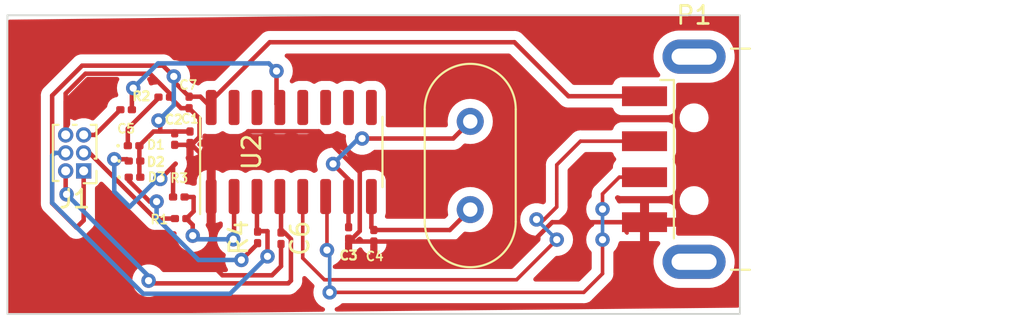
<source format=kicad_pcb>
(kicad_pcb (version 20221018) (generator pcbnew)
  (layers (0 "F.Cu" signal) (31 "B.Cu" signal) (34 "B.Paste" user) (35 "F.Paste" user) (36 "B.SilkS" user "B.Silkscreen") (37 "F.SilkS" user "F.Silkscreen") (38 "B.Mask" user) (39 "F.Mask" user) (44 "Edge.Cuts" user))
  (net 0 "")
  (net 1 "+5V")
  (net 2 "GND")
  (net 3 "Net-(U2-XI)")
  (net 4 "Net-(U2-XO)")
  (net 5 "Net-(U2-~{DTR})")
  (net 6 "reset")
  (net 7 "+3V3")
  (net 8 "Net-(D1-K)")
  (net 9 "Net-(D2-K)")
  (net 10 "Net-(D3-K)")
  (net 11 "Net-(J1-Pin_3)")
  (net 12 "RX")
  (net 13 "TX")
  (net 14 "D-")
  (net 15 "D+")
  (footprint "Capacitor_SMD:C_0201_0603Metric" (layer "F.Cu") (at 103.105 76.6 180)
    (fp_text reference "C5" (at 0 -1.05) (layer "F.SilkS") (effects (font (size 0.5 0.5) (thickness 0.1) bold)))
    (fp_text value "100nf" hide)
    (pad "1" smd roundrect (at -0.32 0 180) (size 0.46 0.4) (layers "F.Cu" "F.Mask") (net 5 "Net-(U2-~{DTR})"))
    (pad "2" smd roundrect (at 0.32 0 180) (size 0.46 0.4) (layers "F.Cu" "F.Mask") (net 6 "reset"))
  )
  (footprint "Capacitor_SMD:C_0201_0603Metric" (layer "F.Cu") (at 111.7 83.745 -90)
    (fp_text reference "C6" (at 0 -1.05 90) (layer "F.SilkS"))
    (fp_text value "100nf" hide)
    (pad "1" smd roundrect (at -0.32 0 270) (size 0.46 0.4) (layers "F.Cu" "F.Mask") (net 7 "+3V3"))
    (pad "2" smd roundrect (at 0.32 0 270) (size 0.46 0.4) (layers "F.Cu" "F.Mask") (net 2 "GND"))
  )
  (footprint "Connector_PinHeader_1.00mm:PinHeader_2x03_P1.00mm_Vertical" (layer "F.Cu") (at 100.75 80 180)
    (fp_text reference "J1" (at 0.5 -1.56) (layer "F.SilkS"))
    (fp_text value "Conn_02x03_Counter_Clockwise" hide)
    (fp_line (start -0.71 -0.685) (end 0 -0.685) (stroke (width 0.12)) (layer "F.SilkS"))
    (fp_line (start -0.71 0) (end -0.71 -0.685) (stroke (width 0.12)) (layer "F.SilkS"))
    (fp_line (start -0.71 0.685) (end -0.71 2.56) (stroke (width 0.12)) (layer "F.SilkS"))
    (fp_line (start -0.71 0.685) (end -0.608276 0.685) (stroke (width 0.12)) (layer "F.SilkS"))
    (fp_line (start -0.71 2.56) (end -0.394493 2.56) (stroke (width 0.12)) (layer "F.SilkS"))
    (fp_line (start 0.394493 2.56) (end 0.605507 2.56) (stroke (width 0.12)) (layer "F.SilkS"))
    (fp_line (start 1.394493 -0.56) (end 1.71 -0.56) (stroke (width 0.12)) (layer "F.SilkS"))
    (fp_line (start 1.394493 2.56) (end 1.71 2.56) (stroke (width 0.12)) (layer "F.SilkS"))
    (fp_line (start 1.71 -0.56) (end 1.71 2.56) (stroke (width 0.12)) (layer "F.SilkS"))
    (pad "1" thru_hole rect (at 0 0 180) (size 0.85 0.85) (drill 0.5) (layers "*.Cu" "*.Mask") (net 1 "+5V"))
    (pad "2" thru_hole oval (at 1 0 180) (size 0.85 0.85) (drill 0.5) (layers "*.Cu" "*.Mask") (net 7 "+3V3"))
    (pad "3" thru_hole oval (at 0 1 180) (size 0.85 0.85) (drill 0.5) (layers "*.Cu" "*.Mask") (net 11 "Net-(J1-Pin_3)"))
    (pad "4" thru_hole oval (at 1 1 180) (size 0.85 0.85) (drill 0.5) (layers "*.Cu" "*.Mask") (net 12 "RX"))
    (pad "5" thru_hole oval (at 0 2 180) (size 0.85 0.85) (drill 0.5) (layers "*.Cu" "*.Mask") (net 6 "reset"))
    (pad "6" thru_hole oval (at 1 2 180) (size 0.85 0.85) (drill 0.5) (layers "*.Cu" "*.Mask") (net 2 "GND"))
  )
  (footprint "Connector_USB:USB_A_CNCTech_1001-011-01101_Horizontal" (layer "F.Cu") (at 141.52 79.35)
    (fp_text reference "P1" (at -6.9 -8) (layer "F.SilkS"))
    (fp_text value "USB-A1HSW6")
    (fp_line (start -8.02 -4.4) (end -8.775 -4.4) (stroke (width 0.12)) (layer "F.SilkS"))
    (fp_line (start -8.02 -4.4) (end -8.02 4.4) (stroke (width 0.12)) (layer "F.SilkS"))
    (fp_line (start -4.85 -6.145) (end -3.8 -6.145) (stroke (width 0.12)) (layer "F.SilkS"))
    (fp_line (start -4.85 6.145) (end -3.8 6.145) (stroke (width 0.12)) (layer "F.SilkS"))
    (pad "" np_thru_hole circle (at -6.9 -2.3) (size 1.1 1.1) (drill 1.1) (layers "*.Cu" "*.Mask"))
    (pad "" np_thru_hole circle (at -6.9 2.3) (size 1.1 1.1) (drill 1.1) (layers "*.Cu" "*.Mask"))
    (pad "1" smd rect (at -9.65 -3.5) (size 2.5 1.1) (layers "F.Cu" "F.Paste" "F.Mask") (net 1 "+5V"))
    (pad "2" smd rect (at -9.65 -1) (size 2.5 1.1) (layers "F.Cu" "F.Paste" "F.Mask") (net 14 "D-"))
    (pad "3" smd rect (at -9.65 1) (size 2.5 1.1) (layers "F.Cu" "F.Paste" "F.Mask") (net 15 "D+"))
    (pad "4" smd rect (at -9.65 3.5) (size 2.5 1.1) (layers "F.Cu" "F.Paste" "F.Mask") (net 2 "GND"))
    (pad "5" thru_hole oval (at -6.9 -5.7) (size 3.5 1.9) (drill oval 2.5 0.9) (layers "*.Cu" "*.Mask"))
    (pad "5" thru_hole oval (at -6.9 5.7) (size 3.5 1.9) (drill oval 2.5 0.9) (layers "*.Cu" "*.Mask"))
  )
  (footprint "LED_SMD:LED_0201_0603Metric" (layer "F.Cu") (at 103.52 78.6)
    (fp_text reference "D1" (at 1.23 -0.05) (layer "F.SilkS") (effects (font (size 0.5 0.5) (thickness 0.1) bold)))
    (fp_text value "LED" hide)
    (fp_circle (center -0.86 0) (end -0.81 0) (stroke (width 0.1)) (fill none) (layer "F.SilkS"))
    (pad "1" smd roundrect (at -0.32 0) (size 0.46 0.4) (layers "F.Cu" "F.Mask") (net 8 "Net-(D1-K)"))
    (pad "2" smd roundrect (at 0.32 0) (size 0.46 0.4) (layers "F.Cu" "F.Mask") (net 1 "+5V"))
  )
  (footprint "LED_SMD:LED_0201_0603Metric" (layer "F.Cu") (at 103.57 80.35)
    (fp_text reference "D3" (at 1.23 0) (layer "F.SilkS") (effects (font (size 0.5 0.5) (thickness 0.1) bold)))
    (fp_text value "LED" hide)
    (fp_circle (center -0.86 0) (end -0.81 0) (stroke (width 0.1)) (fill none) (layer "F.SilkS"))
    (pad "1" smd roundrect (at -0.32 0) (size 0.46 0.4) (layers "F.Cu" "F.Mask") (net 10 "Net-(D3-K)"))
    (pad "2" smd roundrect (at 0.32 0) (size 0.46 0.4) (layers "F.Cu" "F.Mask") (net 1 "+5V"))
  )
  (footprint "Crystal:Crystal_HC18-U_Vertical" (layer "F.Cu") (at 122.2 77.25 -90)
    (fp_text reference "Y1" hide)
    (fp_text value "Crystal")
    (fp_line (start -0.675 -2.525) (end 5.575 -2.525) (stroke (width 0.12)) (layer "F.SilkS"))
    (fp_line (start -0.675 2.525) (end 5.575 2.525) (stroke (width 0.12)) (layer "F.SilkS"))
    (fp_arc (start -0.675 2.525) (mid -3.2 0) (end -0.675 -2.525) (stroke (width 0.12)) (layer "F.SilkS"))
    (fp_arc (start 5.575 -2.525) (mid 8.1 0) (end 5.575 2.525) (stroke (width 0.12)) (layer "F.SilkS"))
    (pad "1" thru_hole circle (at 0 0 270) (size 1.5 1.5) (drill 0.8) (layers "*.Cu" "*.Mask") (net 3 "Net-(U2-XI)"))
    (pad "2" thru_hole circle (at 4.9 0 270) (size 1.5 1.5) (drill 0.8) (layers "*.Cu" "*.Mask") (net 4 "Net-(U2-XO)"))
  )
  (footprint "Capacitor_SMD:C_0201_0603Metric" (layer "F.Cu") (at 106.65 78.13 -90)
    (fp_text reference "C1" (at -1.03 0 -180) (layer "F.SilkS") (effects (font (size 0.5 0.5) (thickness 0.1) bold)))
    (fp_text value "10uf" hide)
    (pad "1" smd roundrect (at -0.32 0 270) (size 0.46 0.4) (layers "F.Cu" "F.Mask") (net 1 "+5V"))
    (pad "2" smd roundrect (at 0.32 0 270) (size 0.46 0.4) (layers "F.Cu" "F.Mask") (net 2 "GND"))
  )
  (footprint "Resistor_SMD:R_0201_0603Metric" (layer "F.Cu") (at 106.03 81.45)
    (fp_text reference "R3" (at 0.02 -1.05) (layer "F.SilkS") (effects (font (size 0.5 0.5) (thickness 0.1) bold)))
    (fp_text value "1k5" hide)
    (pad "1" smd roundrect (at -0.32 0) (size 0.46 0.4) (layers "F.Cu" "F.Mask") (net 9 "Net-(D2-K)"))
    (pad "2" smd roundrect (at 0.32 0) (size 0.46 0.4) (layers "F.Cu" "F.Mask") (net 13 "TX"))
  )
  (footprint "Resistor_SMD:R_0201_0603Metric" (layer "F.Cu") (at 110.4 83.695 90)
    (fp_text reference "R4" (at 0 -1.05 90) (layer "F.SilkS"))
    (fp_text value "1k5" hide)
    (pad "1" smd roundrect (at -0.32 0 90) (size 0.46 0.4) (layers "F.Cu" "F.Mask") (net 10 "Net-(D3-K)"))
    (pad "2" smd roundrect (at 0.32 0 90) (size 0.46 0.4) (layers "F.Cu" "F.Mask") (net 12 "RX"))
  )
  (footprint "Package_SO:SOIC-16_3.9x9.9mm_P1.27mm" (layer "F.Cu") (at 112.27 78.95 90)
    (fp_text reference "U2" (at 0 -2.2 90) (layer "F.SilkS"))
    (fp_text value "CH340G" hide)
    (fp_line (start 0 -5.06) (end -3.45 -5.06) (stroke (width 0.12)) (layer "F.SilkS"))
    (fp_line (start 0 -5.06) (end 1.95 -5.06) (stroke (width 0.12)) (layer "F.SilkS"))
    (fp_line (start 0 5.06) (end -1.95 5.06) (stroke (width 0.12)) (layer "F.SilkS"))
    (fp_line (start 0 5.06) (end 1.95 5.06) (stroke (width 0.12)) (layer "F.SilkS"))
    (pad "1" smd roundrect (at -2.475 -4.445 90) (size 1.95 0.6) (layers "F.Cu" "F.Paste" "F.Mask") (net 2 "GND"))
    (pad "2" smd roundrect (at -2.475 -3.175 90) (size 1.95 0.6) (layers "F.Cu" "F.Paste" "F.Mask") (net 13 "TX"))
    (pad "3" smd roundrect (at -2.475 -1.905 90) (size 1.95 0.6) (layers "F.Cu" "F.Paste" "F.Mask") (net 12 "RX"))
    (pad "4" smd roundrect (at -2.475 -0.635 90) (size 1.95 0.6) (layers "F.Cu" "F.Paste" "F.Mask") (net 7 "+3V3"))
    (pad "5" smd roundrect (at -2.475 0.635 90) (size 1.95 0.6) (layers "F.Cu" "F.Paste" "F.Mask") (net 14 "D-"))
    (pad "6" smd roundrect (at -2.475 1.905 90) (size 1.95 0.6) (layers "F.Cu" "F.Paste" "F.Mask") (net 15 "D+"))
    (pad "7" smd roundrect (at -2.475 3.175 90) (size 1.95 0.6) (layers "F.Cu" "F.Paste" "F.Mask") (net 3 "Net-(U2-XI)"))
    (pad "8" smd roundrect (at -2.475 4.445 90) (size 1.95 0.6) (layers "F.Cu" "F.Paste" "F.Mask") (net 4 "Net-(U2-XO)"))
    (pad "9" smd roundrect (at 2.475 4.445 90) (size 1.95 0.6) (layers "F.Cu" "F.Paste" "F.Mask"))
    (pad "10" smd roundrect (at 2.475 3.175 90) (size 1.95 0.6) (layers "F.Cu" "F.Paste" "F.Mask"))
    (pad "11" smd roundrect (at 2.475 1.905 90) (size 1.95 0.6) (layers "F.Cu" "F.Paste" "F.Mask"))
    (pad "12" smd roundrect (at 2.475 0.635 90) (size 1.95 0.6) (layers "F.Cu" "F.Paste" "F.Mask"))
    (pad "13" smd roundrect (at 2.475 -0.635 90) (size 1.95 0.6) (layers "F.Cu" "F.Paste" "F.Mask") (net 5 "Net-(U2-~{DTR})"))
    (pad "14" smd roundrect (at 2.475 -1.905 90) (size 1.95 0.6) (layers "F.Cu" "F.Paste" "F.Mask"))
    (pad "15" smd roundrect (at 2.475 -3.175 90) (size 1.95 0.6) (layers "F.Cu" "F.Paste" "F.Mask"))
    (pad "16" smd roundrect (at 2.475 -4.445 90) (size 1.95 0.6) (layers "F.Cu" "F.Paste" "F.Mask") (net 1 "+5V"))
  )
  (footprint "Resistor_SMD:R_0201_0603Metric" (layer "F.Cu") (at 105.22 75.9)
    (fp_text reference "R2" (at -1.27 -0.05) (layer "F.SilkS") (effects (font (size 0.5 0.5) (thickness 0.125))))
    (fp_text value "1k5" hide)
    (pad "1" smd roundrect (at -0.32 0) (size 0.46 0.4) (layers "F.Cu" "F.Mask") (net 8 "Net-(D1-K)"))
    (pad "2" smd roundrect (at 0.32 0) (size 0.46 0.4) (layers "F.Cu" "F.Mask") (net 2 "GND"))
  )
  (footprint "LED_SMD:LED_0201_0603Metric" (layer "F.Cu") (at 103.57 79.45)
    (fp_text reference "D2" (at 1.18 0.05) (layer "F.SilkS") (effects (font (size 0.5 0.5) (thickness 0.125))))
    (fp_text value "LED" hide)
    (fp_circle (center -0.86 0) (end -0.81 0) (stroke (width 0.1)) (fill none) (layer "F.SilkS"))
    (pad "1" smd roundrect (at -0.32 0) (size 0.46 0.4) (layers "F.Cu" "F.Mask") (net 9 "Net-(D2-K)"))
    (pad "2" smd roundrect (at 0.32 0) (size 0.46 0.4) (layers "F.Cu" "F.Mask") (net 1 "+5V"))
  )
  (footprint "Capacitor_SMD:C_0201_0603Metric" (layer "F.Cu") (at 106.6 76.195 -90)
    (fp_text reference "C7" (at -0.97 0.05 -180) (layer "F.SilkS") (effects (font (size 0.5 0.5) (thickness 0.1) bold)))
    (fp_text value "100nf" hide)
    (pad "1" smd roundrect (at -0.32 0 270) (size 0.46 0.4) (layers "F.Cu" "F.Mask") (net 1 "+5V"))
    (pad "2" smd roundrect (at 0.32 0 270) (size 0.46 0.4) (layers "F.Cu" "F.Mask") (net 2 "GND"))
  )
  (footprint "Capacitor_SMD:C_0201_0603Metric" (layer "F.Cu") (at 115.45 83.45 -90)
    (fp_text reference "C3" (at 1.25 0 -180) (layer "F.SilkS") (effects (font (size 0.5 0.5) (thickness 0.125))))
    (fp_text value "22PF" hide)
    (pad "1" smd roundrect (at -0.32 0 270) (size 0.46 0.4) (layers "F.Cu" "F.Mask") (net 3 "Net-(U2-XI)"))
    (pad "2" smd roundrect (at 0.32 0 270) (size 0.46 0.4) (layers "F.Cu" "F.Mask") (net 2 "GND"))
  )
  (footprint "Resistor_SMD:R_0201_0603Metric" (layer "F.Cu") (at 106.13 82.65)
    (fp_text reference "R1" (at -1.18 0.05) (layer "F.SilkS") (effects (font (size 0.5 0.5) (thickness 0.1) bold)))
    (fp_text value "1k5" hide)
    (pad "1" smd roundrect (at -0.32 0) (size 0.46 0.4) (layers "F.Cu" "F.Mask") (net 11 "Net-(J1-Pin_3)"))
    (pad "2" smd roundrect (at 0.32 0) (size 0.46 0.4) (layers "F.Cu" "F.Mask") (net 13 "TX"))
  )
  (footprint "Capacitor_SMD:C_0201_0603Metric" (layer "F.Cu") (at 105.8 78.23 -90)
    (fp_text reference "C2" (at -1.08 0.05 -180) (layer "F.SilkS") (effects (font (size 0.5 0.5) (thickness 0.125))))
    (fp_text value "100nf" hide)
    (pad "1" smd roundrect (at -0.32 0 270) (size 0.46 0.4) (layers "F.Cu" "F.Mask") (net 1 "+5V"))
    (pad "2" smd roundrect (at 0.32 0 270) (size 0.46 0.4) (layers "F.Cu" "F.Mask") (net 2 "GND"))
  )
  (footprint "Capacitor_SMD:C_0201_0603Metric" (layer "F.Cu") (at 116.85 83.605 -90)
    (fp_text reference "C4" (at 1.145 -0.05 -180) (layer "F.SilkS") (effects (font (size 0.5 0.5) (thickness 0.1) bold)))
    (fp_text value "22PF" hide)
    (pad "1" smd roundrect (at -0.32 0 270) (size 0.46 0.4) (layers "F.Cu" "F.Mask") (net 4 "Net-(U2-XO)"))
    (pad "2" smd roundrect (at 0.32 0 270) (size 0.46 0.4) (layers "F.Cu" "F.Mask") (net 2 "GND"))
  )
  (gr_rect (start 96.52 71.35) (end 137.16 87.95) (stroke (width 0.1)) (fill none) (layer "Edge.Cuts"))
  (segment (start 103.84 78.6) (end 103.84 80.3) (width 0.25) (layer "F.Cu") (net 1))
  (segment (start 100.75 82.75) (end 100.35 83.15) (width 0.25) (layer "F.Cu") (net 1))
  (segment (start 100.75 80) (end 100.75 82.75) (width 0.25) (layer "F.Cu") (net 1))
  (segment (start 111.073249 72.85) (end 124.65 72.85) (width 0.25) (layer "F.Cu") (net 1))
  (segment (start 105.75 74.75) (end 105.75 75.025) (width 0.25) (layer "F.Cu") (net 1))
  (segment (start 105 77.3) (end 104.9 77.2) (width 0.25) (layer "F.Cu") (net 1))
  (segment (start 105 77.81) (end 104.63 77.81) (width 0.25) (layer "F.Cu") (net 1))
  (segment (start 107.825 76.475) (end 107.225 75.875) (width 0.25) (layer "F.Cu") (net 1))
  (segment (start 107.825 76.098249) (end 111.073249 72.85) (width 0.25) (layer "F.Cu") (net 1))
  (segment (start 105.15 74.15) (end 105.75 74.75) (width 0.25) (layer "F.Cu") (net 1))
  (segment (start 105.75 75.025) (end 106.6 75.875) (width 0.25) (layer "F.Cu") (net 1))
  (segment (start 131.87 75.85) (end 127.65 75.85) (width 0.25) (layer "F.Cu") (net 1))
  (segment (start 99 81.8) (end 99 75.813604) (width 0.25) (layer "F.Cu") (net 1))
  (segment (start 127.65 75.85) (end 124.65 72.85) (width 0.25) (layer "F.Cu") (net 1))
  (segment (start 106.65 77.81) (end 105 77.81) (width 0.25) (layer "F.Cu") (net 1))
  (segment (start 107.825 76.475) (end 107.825 76.098249) (width 0.25) (layer "F.Cu") (net 1))
  (segment (start 107.225 75.875) (end 106.6 75.875) (width 0.25) (layer "F.Cu") (net 1))
  (segment (start 100.663604 74.15) (end 105.15 74.15) (width 0.25) (layer "F.Cu") (net 1))
  (segment (start 99 75.813604) (end 100.663604 74.15) (width 0.25) (layer "F.Cu") (net 1))
  (segment (start 103.84 80.3) (end 103.89 80.35) (width 0.25) (layer "F.Cu") (net 1))
  (segment (start 104.63 77.81) (end 103.84 78.6) (width 0.25) (layer "F.Cu") (net 1))
  (segment (start 105 77.81) (end 105 77.3) (width 0.25) (layer "F.Cu") (net 1))
  (segment (start 100.35 83.15) (end 99 81.8) (width 0.25) (layer "F.Cu") (net 1))
  (via (at 105.75 74.75) (size 0.8) (drill 0.4) (layers "F.Cu" "B.Cu") (net 1))
  (via (at 104.9 77.2) (size 0.8) (drill 0.4) (layers "F.Cu" "B.Cu") (net 1))
  (segment (start 105.75 76.35) (end 105.75 74.75) (width 0.25) (layer "B.Cu") (net 1))
  (segment (start 104.9 77.2) (end 105.75 76.35) (width 0.25) (layer "B.Cu") (net 1))
  (segment (start 99.75 75.7) (end 100.85 74.6) (width 0.25) (layer "F.Cu") (net 2))
  (segment (start 107.825 79.85) (end 107.825 79.625) (width 0.25) (layer "F.Cu") (net 2))
  (segment (start 109.875 77.8) (end 107.825 79.85) (width 0.25) (layer "F.Cu") (net 2))
  (segment (start 115.605 83.925) (end 115.45 83.77) (width 0.25) (layer "F.Cu") (net 2))
  (segment (start 105.8 78.55) (end 106.55 78.55) (width 0.25) (layer "F.Cu") (net 2))
  (segment (start 111.2 85.8) (end 111.7 85.3) (width 0.25) (layer "F.Cu") (net 2))
  (segment (start 107.825 79.625) (end 106.65 78.45) (width 0.25) (layer "F.Cu") (net 2))
  (segment (start 116.07 83.341041) (end 116.07 80.07) (width 0.25) (layer "F.Cu") (net 2))
  (segment (start 113.8 77.8) (end 109.875 77.8) (width 0.25) (layer "F.Cu") (net 2))
  (segment (start 116.07 80.07) (end 113.8 77.8) (width 0.25) (layer "F.Cu") (net 2))
  (segment (start 115.641041 83.77) (end 116.07 83.341041) (width 0.25) (layer "F.Cu") (net 2))
  (segment (start 106.55 78.55) (end 106.65 78.45) (width 0.25) (layer "F.Cu") (net 2))
  (segment (start 111.7 85.3) (end 111.7 84.065) (width 0.25) (layer "F.Cu") (net 2))
  (segment (start 105.54 75.708959) (end 105.54 75.9) (width 0.25) (layer "F.Cu") (net 2))
  (segment (start 105.54 75.9) (end 106.155 76.515) (width 0.25) (layer "F.Cu") (net 2))
  (segment (start 106.155 76.515) (end 106.6 76.515) (width 0.25) (layer "F.Cu") (net 2))
  (segment (start 130.85 83.4) (end 130.9 83.45) (width 0.2) (layer "F.Cu") (net 2))
  (segment (start 107.175 78.116041) (end 106.841041 78.45) (width 0.25) (layer "F.Cu") (net 2))
  (segment (start 106.6 76.515) (end 107.175 77.09) (width 0.25) (layer "F.Cu") (net 2))
  (segment (start 107.825 82.025) (end 107.85 82.05) (width 0.25) (layer "F.Cu") (net 2))
  (segment (start 104.431041 74.6) (end 105.54 75.708959) (width 0.25) (layer "F.Cu") (net 2))
  (segment (start 125.675 83.925) (end 116.85 83.925) (width 0.25) (layer "F.Cu") (net 2))
  (segment (start 107.85 82.05) (end 107.85 85.2) (width 0.25) (layer "F.Cu") (net 2))
  (segment (start 116.85 83.925) (end 115.605 83.925) (width 0.25) (layer "F.Cu") (net 2))
  (segment (start 131.87 82.85) (end 126.75 82.85) (width 0.25) (layer "F.Cu") (net 2))
  (segment (start 99.75 78) (end 99.75 75.7) (width 0.25) (layer "F.Cu") (net 2))
  (segment (start 100.85 74.6) (end 104.431041 74.6) (width 0.25) (layer "F.Cu") (net 2))
  (segment (start 126.75 82.85) (end 125.675 83.925) (width 0.25) (layer "F.Cu") (net 2))
  (segment (start 106.841041 78.45) (end 106.65 78.45) (width 0.25) (layer "F.Cu") (net 2))
  (segment (start 115.45 83.77) (end 115.641041 83.77) (width 0.25) (layer "F.Cu") (net 2))
  (segment (start 107.825 81.425) (end 107.825 79.85) (width 0.25) (layer "F.Cu") (net 2))
  (segment (start 108.45 85.8) (end 111.2 85.8) (width 0.25) (layer "F.Cu") (net 2))
  (segment (start 107.175 77.09) (end 107.175 78.116041) (width 0.25) (layer "F.Cu") (net 2))
  (segment (start 107.85 85.2) (end 108.45 85.8) (width 0.25) (layer "F.Cu") (net 2))
  (segment (start 107.825 81.425) (end 107.825 82.025) (width 0.25) (layer "F.Cu") (net 2))
  (segment (start 115.445 81.425) (end 115.445 83.125) (width 0.25) (layer "F.Cu") (net 3))
  (segment (start 114.587701 79.612299) (end 115.445 80.469598) (width 0.25) (layer "F.Cu") (net 3))
  (segment (start 115.445 80.469598) (end 115.445 81.425) (width 0.25) (layer "F.Cu") (net 3))
  (segment (start 122.2 77.25) (end 121.25 78.2) (width 0.25) (layer "F.Cu") (net 3))
  (segment (start 115.445 83.125) (end 115.45 83.13) (width 0.25) (layer "F.Cu") (net 3))
  (segment (start 121.25 78.2) (end 116.2 78.2) (width 0.25) (layer "F.Cu") (net 3))
  (via (at 116.2 78.2) (size 0.8) (drill 0.4) (layers "F.Cu" "B.Cu") (net 3))
  (via (at 114.587701 79.612299) (size 0.8) (drill 0.4) (layers "F.Cu" "B.Cu") (net 3))
  (segment (start 116 78.2) (end 114.587701 79.612299) (width 0.25) (layer "B.Cu") (net 3))
  (segment (start 116.2 78.2) (end 116 78.2) (width 0.25) (layer "B.Cu") (net 3))
  (segment (start 116.715 81.425) (end 116.715 83.15) (width 0.25) (layer "F.Cu") (net 4))
  (segment (start 122.2 82.15) (end 121.065 83.285) (width 0.25) (layer "F.Cu") (net 4))
  (segment (start 116.715 83.15) (end 116.85 83.285) (width 0.25) (layer "F.Cu") (net 4))
  (segment (start 121.065 83.285) (end 116.85 83.285) (width 0.25) (layer "F.Cu") (net 4))
  (segment (start 103.425 75.475) (end 103.5 75.4) (width 0.25) (layer "F.Cu") (net 5))
  (segment (start 103.425 76.6) (end 103.425 75.475) (width 0.25) (layer "F.Cu") (net 5))
  (segment (start 111.45 76.29) (end 111.635 76.475) (width 0.25) (layer "F.Cu") (net 5))
  (segment (start 111.45 74.45) (end 111.45 76.29) (width 0.25) (layer "F.Cu") (net 5))
  (via (at 111.45 74.45) (size 0.8) (drill 0.4) (layers "F.Cu" "B.Cu") (net 5))
  (via (at 103.5 75.4) (size 0.8) (drill 0.4) (layers "F.Cu" "B.Cu") (net 5))
  (segment (start 104.875 74.025) (end 111.025 74.025) (width 0.25) (layer "B.Cu") (net 5))
  (segment (start 103.5 75.4) (end 104.875 74.025) (width 0.25) (layer "B.Cu") (net 5))
  (segment (start 111.025 74.025) (end 111.45 74.45) (width 0.25) (layer "B.Cu") (net 5))
  (segment (start 100.75 78) (end 101.385 78) (width 0.25) (layer "F.Cu") (net 6))
  (segment (start 101.385 78) (end 102.785 76.6) (width 0.25) (layer "F.Cu") (net 6))
  (segment (start 111.7 83.425) (end 111.7 81.49) (width 0.25) (layer "F.Cu") (net 7))
  (segment (start 111.7 81.49) (end 111.635 81.425) (width 0.25) (layer "F.Cu") (net 7))
  (segment (start 112.25 83.783959) (end 111.891041 83.425) (width 0.25) (layer "F.Cu") (net 7))
  (segment (start 112.25 86.1) (end 112.25 83.783959) (width 0.25) (layer "F.Cu") (net 7))
  (segment (start 112.1 86.25) (end 112.25 86.1) (width 0.25) (layer "F.Cu") (net 7))
  (segment (start 104.35 86.1) (end 104.5 86.25) (width 0.25) (layer "F.Cu") (net 7))
  (segment (start 99.75 81.25) (end 99.8 81.3) (width 0.25) (layer "F.Cu") (net 7))
  (segment (start 111.891041 83.425) (end 111.7 83.425) (width 0.25) (layer "F.Cu") (net 7))
  (segment (start 104.5 86.25) (end 112.1 86.25) (width 0.25) (layer "F.Cu") (net 7))
  (segment (start 99.75 80) (end 99.75 81.25) (width 0.25) (layer "F.Cu") (net 7))
  (via (at 104.35 86.1) (size 0.8) (drill 0.4) (layers "F.Cu" "B.Cu") (net 7))
  (via (at 99.8 81.3) (size 0.8) (drill 0.4) (layers "F.Cu" "B.Cu") (net 7))
  (segment (start 99.8 81.3) (end 104.35 85.85) (width 0.25) (layer "B.Cu") (net 7))
  (segment (start 104.35 85.85) (end 104.35 86.1) (width 0.25) (layer "B.Cu") (net 7))
  (segment (start 103.2 77.656041) (end 104.9 75.956041) (width 0.25) (layer "F.Cu") (net 8))
  (segment (start 103.2 78.6) (end 103.2 77.656041) (width 0.25) (layer "F.Cu") (net 8))
  (segment (start 104.9 75.956041) (end 104.9 75.9) (width 0.25) (layer "F.Cu") (net 8))
  (segment (start 103.153222 79.353222) (end 103.25 79.45) (width 0.25) (layer "F.Cu") (net 9))
  (segment (start 105.71 81.45) (end 105.71 79.74) (width 0.25) (layer "F.Cu") (net 9))
  (segment (start 105.71 79.74) (end 105.85 79.6) (width 0.25) (layer "F.Cu") (net 9))
  (segment (start 105.85 79.6) (end 105 80.45) (width 0.25) (layer "F.Cu") (net 9))
  (segment (start 102.446779 79.353222) (end 103.153222 79.353222) (width 0.25) (layer "F.Cu") (net 9))
  (via (at 102.446779 79.353222) (size 0.8) (drill 0.4) (layers "F.Cu" "B.Cu") (net 9))
  (via (at 105 80.45) (size 0.8) (drill 0.4) (layers "F.Cu" "B.Cu") (net 9))
  (segment (start 103.3 82) (end 102.446779 81.146779) (width 0.25) (layer "B.Cu") (net 9))
  (segment (start 105 80.45) (end 104.85 80.45) (width 0.25) (layer "B.Cu") (net 9))
  (segment (start 102.446779 81.146779) (end 102.446779 79.353222) (width 0.25) (layer "B.Cu") (net 9))
  (segment (start 104.85 80.45) (end 103.3 82) (width 0.25) (layer "B.Cu") (net 9))
  (segment (start 104.412181 81.703222) (end 103.25 80.541041) (width 0.25) (layer "F.Cu") (net 10))
  (segment (start 110.4 84.05) (end 109.5 84.95) (width 0.25) (layer "F.Cu") (net 10))
  (segment (start 103.25 80.541041) (end 103.25 80.35) (width 0.25) (layer "F.Cu") (net 10))
  (segment (start 104.796779 81.703222) (end 104.412181 81.703222) (width 0.25) (layer "F.Cu") (net 10))
  (segment (start 110.4 84.015) (end 110.4 84.05) (width 0.25) (layer "F.Cu") (net 10))
  (via (at 109.5 84.95) (size 0.8) (drill 0.4) (layers "F.Cu" "B.Cu") (net 10))
  (via (at 104.796779 81.703222) (size 0.8) (drill 0.4) (layers "F.Cu" "B.Cu") (net 10))
  (segment (start 104.796779 82.622084) (end 104.796779 81.703222) (width 0.25) (layer "B.Cu") (net 10))
  (segment (start 109.5 84.95) (end 107.124695 84.95) (width 0.25) (layer "B.Cu") (net 10))
  (segment (start 107.124695 84.95) (end 104.796779 82.622084) (width 0.25) (layer "B.Cu") (net 10))
  (segment (start 105.81 82.65) (end 104.718959 82.65) (width 0.25) (layer "F.Cu") (net 11))
  (segment (start 104.718959 82.65) (end 101.068959 79) (width 0.25) (layer "F.Cu") (net 11))
  (segment (start 101.068959 79) (end 100.75 79) (width 0.25) (layer "F.Cu") (net 11))
  (segment (start 110.425 83.35) (end 110.95 83.35) (width 0.25) (layer "F.Cu") (net 12))
  (segment (start 110.365 83.34) (end 110.4 83.375) (width 0.25) (layer "F.Cu") (net 12))
  (segment (start 110.4 83.375) (end 110.425 83.35) (width 0.25) (layer "F.Cu") (net 12))
  (segment (start 110.95 83.35) (end 110.95 84.75) (width 0.25) (layer "F.Cu") (net 12))
  (segment (start 110.365 81.425) (end 110.365 83.34) (width 0.25) (layer "F.Cu") (net 12))
  (via (at 110.95 84.75) (size 0.8) (drill 0.4) (layers "F.Cu" "B.Cu") (net 12))
  (segment (start 99.14896 79) (end 99.75 79) (width 0.25) (layer "B.Cu") (net 12))
  (segment (start 110.95 84.75) (end 108.875 86.825) (width 0.25) (layer "B.Cu") (net 12))
  (segment (start 99 79.14896) (end 99.14896 79) (width 0.25) (layer "B.Cu") (net 12))
  (segment (start 104.05 86.825) (end 99 81.775) (width 0.25) (layer "B.Cu") (net 12))
  (segment (start 99 81.775) (end 99 79.14896) (width 0.25) (layer "B.Cu") (net 12))
  (segment (start 108.875 86.825) (end 104.05 86.825) (width 0.25) (layer "B.Cu") (net 12))
  (segment (start 106.85 82.25) (end 106.85 81.45) (width 0.25) (layer "F.Cu") (net 13))
  (segment (start 106.8 83) (end 106.45 82.65) (width 0.25) (layer "F.Cu") (net 13))
  (segment (start 106.8 83.6) (end 106.8 83) (width 0.25) (layer "F.Cu") (net 13))
  (segment (start 106.45 82.65) (end 106.85 82.25) (width 0.25) (layer "F.Cu") (net 13))
  (segment (start 109.095 81.425) (end 109.095 83.755) (width 0.25) (layer "F.Cu") (net 13))
  (segment (start 106.85 81.45) (end 106.35 81.45) (width 0.25) (layer "F.Cu") (net 13))
  (segment (start 109.095 83.755) (end 109.05 83.8) (width 0.25) (layer "F.Cu") (net 13))
  (via (at 109.05 83.8) (size 0.8) (drill 0.4) (layers "F.Cu" "B.Cu") (net 13))
  (via (at 106.8 83.6) (size 0.8) (drill 0.4) (layers "F.Cu" "B.Cu") (net 13))
  (segment (start 107 83.8) (end 106.8 83.6) (width 0.25) (layer "B.Cu") (net 13))
  (segment (start 109.05 83.8) (end 107 83.8) (width 0.25) (layer "B.Cu") (net 13))
  (segment (start 126.301259 82.697701) (end 125.877701 82.697701) (width 0.2) (layer "F.Cu") (net 14))
  (segment (start 114.11005 86.05) (end 124.77 86.05) (width 0.2) (layer "F.Cu") (net 14))
  (segment (start 124.77 86.05) (end 127 83.82) (width 0.2) (layer "F.Cu") (net 14))
  (segment (start 127 81.99896) (end 126.301259 82.697701) (width 0.2) (layer "F.Cu") (net 14))
  (segment (start 112.905 81.425) (end 112.905 84.84495) (width 0.2) (layer "F.Cu") (net 14))
  (segment (start 127 81.99896) (end 126.08948 82.90948) (width 0.2) (layer "F.Cu") (net 14))
  (segment (start 127 79.665) (end 128.315 78.35) (width 0.2) (layer "F.Cu") (net 14))
  (segment (start 127 81.28) (end 127 79.665) (width 0.2) (layer "F.Cu") (net 14))
  (segment (start 128.315 78.35) (end 131.87 78.35) (width 0.2) (layer "F.Cu") (net 14))
  (segment (start 131.6 78.35) (end 131.8 78.55) (width 0.2) (layer "F.Cu") (net 14))
  (segment (start 127 81.28) (end 127 81.99896) (width 0.2) (layer "F.Cu") (net 14))
  (segment (start 112.905 84.84495) (end 114.11005 86.05) (width 0.2) (layer "F.Cu") (net 14))
  (via (at 125.877701 82.697701) (size 0.8) (drill 0.4) (layers "F.Cu" "B.Cu") (net 14))
  (via (at 127 83.82) (size 0.8) (drill 0.4) (layers "F.Cu" "B.Cu") (net 14))
  (segment (start 125.877701 82.697701) (end 127 83.82) (width 0.2) (layer "B.Cu") (net 14))
  (segment (start 114.25 81.5) (end 114.175 81.425) (width 0.2) (layer "F.Cu") (net 15))
  (segment (start 131.87 80.35) (end 130.47 80.35) (width 0.2) (layer "F.Cu") (net 15))
  (segment (start 129.54 83.82) (end 129.54 85.71) (width 0.2) (layer "F.Cu") (net 15))
  (segment (start 130.47 80.35) (end 129.54 81.28) (width 0.2) (layer "F.Cu") (net 15))
  (segment (start 128.5 86.75) (end 114.4 86.75) (width 0.2) (layer "F.Cu") (net 15))
  (segment (start 129.54 81.28) (end 129.54 82.1255) (width 0.2) (layer "F.Cu") (net 15))
  (segment (start 114.25 84.4) (end 114.25 81.5) (width 0.2) (layer "F.Cu") (net 15))
  (segment (start 129.54 85.71) (end 128.5 86.75) (width 0.2) (layer "F.Cu") (net 15))
  (segment (start 130.7 80.35) (end 130.85 80.2) (width 0.2) (layer "F.Cu") (net 15))
  (via (at 129.54 83.82) (size 0.8) (drill 0.4) (layers "F.Cu" "B.Cu") (net 15))
  (via (at 129.54 82.1255) (size 0.8) (drill 0.4) (layers "F.Cu" "B.Cu") (net 15))
  (via (at 114.25 84.4) (size 0.8) (drill 0.4) (layers "F.Cu" "B.Cu") (net 15))
  (via (at 114.4 86.75) (size 0.8) (drill 0.4) (layers "F.Cu" "B.Cu") (net 15))
  (segment (start 114.4 84.55) (end 114.25 84.4) (width 0.2) (layer "B.Cu") (net 15))
  (segment (start 129.54 82.1255) (end 129.54 83.82) (width 0.2) (layer "B.Cu") (net 15))
  (segment (start 114.4 86.75) (end 114.4 84.55) (width 0.2) (layer "B.Cu") (net 15))
  (zone (net 2) (net_name "GND") (layer "F.Cu") (connect_pads (clearance 0.5)) (min_thickness 0.25) (fill yes (thermal_gap 0.5) (thermal_bridge_width 0.5))
    (polygon (pts (xy 137.16 76.2) (xy 137.16 87.6) (xy 96.206895 88) (xy 96.106895 71.6) (xy 137.16 71.12)))
  )
)
</source>
